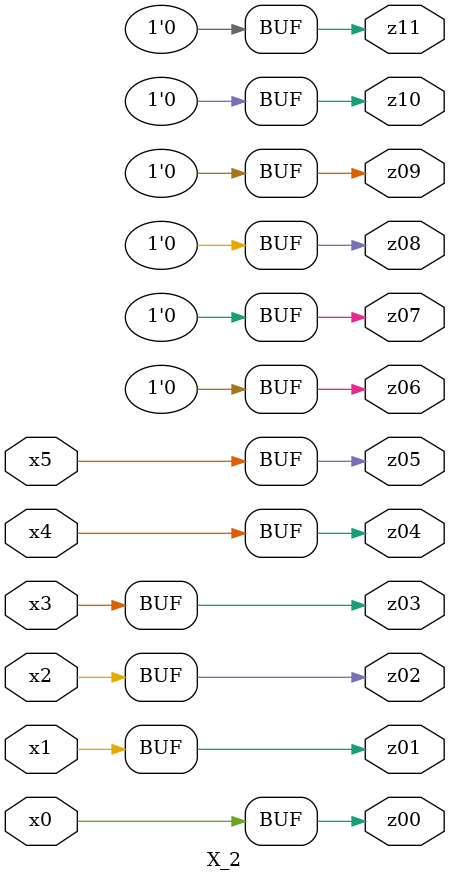
<source format=v>

module X_2 ( 
    x0, x1, x2, x3, x4, x5,
    z00, z01, z02, z03, z04, z05, z06, z07, z08, z09, z10, z11  );
  input  x0, x1, x2, x3, x4, x5;
  output z00, z01, z02, z03, z04, z05, z06, z07, z08, z09, z10, z11;
  assign z00 = x0;
  assign z01 = x1;
  assign z02 = x2;
  assign z03 = x3;
  assign z04 = x4;
  assign z05 = x5;
  assign z06 = 1'b0;
  assign z07 = 1'b0;
  assign z08 = 1'b0;
  assign z09 = 1'b0;
  assign z10 = 1'b0;
  assign z11 = 1'b0;
endmodule



</source>
